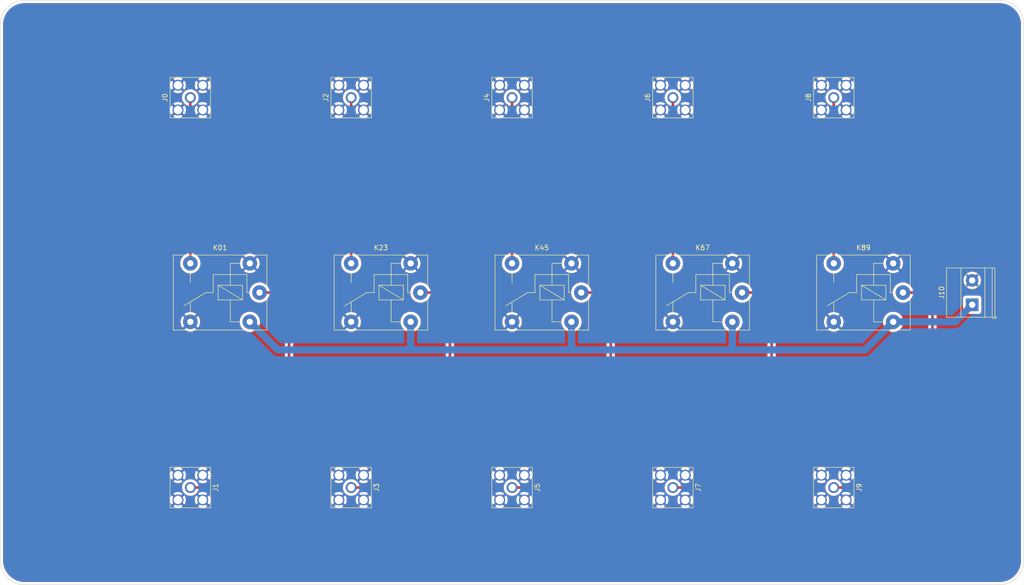
<source format=kicad_pcb>
(kicad_pcb (version 20211014) (generator pcbnew)
  (layers (0 "F.Cu" signal) (31 "B.Cu" signal) (34 "B.Paste" user) (35 "F.Paste" user) (36 "B.SilkS" user "B.Silkscreen") (37 "F.SilkS" user "F.Silkscreen") (38 "B.Mask" user) (39 "F.Mask" user) (44 "Edge.Cuts" user))
  (net 0 "")
  (footprint "Connector_Coaxial:SMA_Amphenol_132203-12_Horizontal" (layer "F.Cu") (at 114.2 51.05)
    (fp_text reference "J2" (at -5.2 0 90) (layer "F.SilkS"))
    (fp_text value "SMA Connector")
    (fp_line (start -4.15 4.15) (end 4.15 4.15) (layer "F.SilkS") (width 0.12))
    (fp_line (start -4.15 -4.15) (end -4.15 4.15) (layer "F.SilkS") (width 0.12))
    (fp_line (start -4.15 -4.15) (end 4.15 -4.15) (layer "F.SilkS") (width 0.12))
    (fp_line (start 4.15 -4.15) (end 4.15 4.15) (layer "F.SilkS") (width 0.12))
    (pad "1" thru_hole circle (at 0 0) (size 2.25 2.25) (drill 1.5) (layers *.Cu *.Mask))
    (pad "2" thru_hole circle (at -2.54 2.54) (size 2.25 2.25) (drill 1.7) (layers *.Cu *.Mask))
    (pad "2" thru_hole circle (at 2.54 2.54 90) (size 2.25 2.25) (drill 1.7) (layers *.Cu *.Mask))
    (pad "2" thru_hole circle (at 2.54 -2.54) (size 2.25 2.25) (drill 1.7) (layers *.Cu *.Mask))
    (pad "2" thru_hole circle (at -2.54 -2.54) (size 2.25 2.25) (drill 1.7) (layers *.Cu *.Mask))
  )
  (footprint "Connector_Coaxial:SMA_Amphenol_132203-12_Horizontal" (layer "F.Cu") (at 81.2 131.05 180)
    (fp_text reference "J1" (at -5.2 0 90) (layer "F.SilkS"))
    (fp_text value "SMA Connector")
    (fp_line (start -4.15 4.15) (end 4.15 4.15) (layer "F.SilkS") (width 0.12))
    (fp_line (start -4.15 -4.15) (end -4.15 4.15) (layer "F.SilkS") (width 0.12))
    (fp_line (start 4.15 -4.15) (end 4.15 4.15) (layer "F.SilkS") (width 0.12))
    (fp_line (start -4.15 -4.15) (end 4.15 -4.15) (layer "F.SilkS") (width 0.12))
    (pad "1" thru_hole circle (at 0 0 180) (size 2.25 2.25) (drill 1.5) (layers *.Cu *.Mask))
    (pad "2" thru_hole circle (at -2.54 -2.54 180) (size 2.25 2.25) (drill 1.7) (layers *.Cu *.Mask))
    (pad "2" thru_hole circle (at 2.54 2.54 270) (size 2.25 2.25) (drill 1.7) (layers *.Cu *.Mask))
    (pad "2" thru_hole circle (at 2.54 -2.54 180) (size 2.25 2.25) (drill 1.7) (layers *.Cu *.Mask))
    (pad "2" thru_hole circle (at -2.54 2.54 180) (size 2.25 2.25) (drill 1.7) (layers *.Cu *.Mask))
  )
  (footprint "Relay_THT:Relay_SPDT_Finder_36.11" (layer "F.Cu") (at 95.4 91.05 180)
    (fp_text reference "K01" (at 8.1 9.2) (layer "F.SilkS"))
    (fp_text value "FINDER-36.11")
    (fp_line (start 3.5 -1.5) (end 8.5 -1.5) (layer "F.SilkS") (width 0.12))
    (fp_line (start 8.5 1.5) (end 3.5 1.5) (layer "F.SilkS") (width 0.12))
    (fp_line (start 9.5 3.7) (end 2.6 3.7) (layer "F.SilkS") (width 0.12))
    (fp_line (start 2.6 0) (end 1.7 0) (layer "F.SilkS") (width 0.12))
    (fp_line (start -1.5 1.2) (end -1.5 7.7) (layer "F.SilkS") (width 0.12))
    (fp_line (start 11 0) (end 15.5 -2.7) (layer "F.SilkS") (width 0.12))
    (fp_line (start -1.5 -7.7) (end -1.5 -1.2) (layer "F.SilkS") (width 0.12))
    (fp_line (start 17.7 7.7) (end -1.5 7.7) (layer "F.SilkS") (width 0.12))
    (fp_line (start 6 -6) (end 6 -1.5) (layer "F.SilkS") (width 0.12))
    (fp_line (start 8.5 1.5) (end 3.5 -1.5) (layer "F.SilkS") (width 0.12))
    (fp_line (start 14.2 4.3) (end 14.2 2) (layer "F.SilkS") (width 0.12))
    (fp_line (start 9.5 0) (end 9.5 3.7) (layer "F.SilkS") (width 0.12))
    (fp_line (start 2.6 0) (end 2.6 3.7) (layer "F.SilkS") (width 0.12))
    (fp_line (start 3.7 6) (end 6 6) (layer "F.SilkS") (width 0.12))
    (fp_line (start 3.5 1.5) (end 3.5 -1.5) (layer "F.SilkS") (width 0.12))
    (fp_line (start 6 1.5) (end 6 6) (layer "F.SilkS") (width 0.12))
    (fp_line (start 9.5 0) (end 11 0) (layer "F.SilkS") (width 0.12))
    (fp_line (start 17.7 -7.7) (end 17.7 7.7) (layer "F.SilkS") (width 0.12))
    (fp_line (start 6 -6) (end 3.7 -6) (layer "F.SilkS") (width 0.12))
    (fp_line (start 14.2 -4.3) (end 14.2 -2) (layer "F.SilkS") (width 0.12))
    (fp_line (start 8.5 -1.5) (end 8.5 1.5) (layer "F.SilkS") (width 0.12))
    (fp_line (start -1.5 -7.7) (end 17.7 -7.7) (layer "F.SilkS") (width 0.12))
    (pad "11" thru_hole circle (at 0 0 180) (size 3 3) (drill 1.3) (layers *.Cu *.Mask))
    (pad "12" thru_hole circle (at 14.2 -6 180) (size 3 3) (drill 1.3) (layers *.Cu *.Mask))
    (pad "14" thru_hole circle (at 14.2 6 180) (size 3 3) (drill 1.3) (layers *.Cu *.Mask))
    (pad "A1" thru_hole circle (at 2 6 180) (size 3 3) (drill 1.3) (layers *.Cu *.Mask))
    (pad "A2" thru_hole circle (at 2 -6 180) (size 3 3) (drill 1.3) (layers *.Cu *.Mask))
  )
  (footprint "Connector_Coaxial:SMA_Amphenol_132203-12_Horizontal" (layer "F.Cu") (at 114.2 131.05 180)
    (fp_text reference "J3" (at -5.2 0 90) (layer "F.SilkS"))
    (fp_text value "SMA Connector")
    (fp_line (start -4.15 -4.15) (end 4.15 -4.15) (layer "F.SilkS") (width 0.12))
    (fp_line (start -4.15 -4.15) (end -4.15 4.15) (layer "F.SilkS") (width 0.12))
    (fp_line (start -4.15 4.15) (end 4.15 4.15) (layer "F.SilkS") (width 0.12))
    (fp_line (start 4.15 -4.15) (end 4.15 4.15) (layer "F.SilkS") (width 0.12))
    (pad "1" thru_hole circle (at 0 0 180) (size 2.25 2.25) (drill 1.5) (layers *.Cu *.Mask))
    (pad "2" thru_hole circle (at -2.54 -2.54 180) (size 2.25 2.25) (drill 1.7) (layers *.Cu *.Mask))
    (pad "2" thru_hole circle (at 2.54 2.54 270) (size 2.25 2.25) (drill 1.7) (layers *.Cu *.Mask))
    (pad "2" thru_hole circle (at 2.54 -2.54 180) (size 2.25 2.25) (drill 1.7) (layers *.Cu *.Mask))
    (pad "2" thru_hole circle (at -2.54 2.54 180) (size 2.25 2.25) (drill 1.7) (layers *.Cu *.Mask))
  )
  (footprint "Relay_THT:Relay_SPDT_Finder_36.11" (layer "F.Cu") (at 227.4 91.05 180)
    (fp_text reference "K89" (at 8.1 9.2) (layer "F.SilkS"))
    (fp_text value "FINDER-36.11")
    (fp_line (start 14.2 4.3) (end 14.2 2) (layer "F.SilkS") (width 0.12))
    (fp_line (start 3.5 -1.5) (end 8.5 -1.5) (layer "F.SilkS") (width 0.12))
    (fp_line (start -1.5 -7.7) (end -1.5 -1.2) (layer "F.SilkS") (width 0.12))
    (fp_line (start 9.5 0) (end 9.5 3.7) (layer "F.SilkS") (width 0.12))
    (fp_line (start 3.5 1.5) (end 3.5 -1.5) (layer "F.SilkS") (width 0.12))
    (fp_line (start 8.5 1.5) (end 3.5 1.5) (layer "F.SilkS") (width 0.12))
    (fp_line (start 9.5 0) (end 11 0) (layer "F.SilkS") (width 0.12))
    (fp_line (start 8.5 1.5) (end 3.5 -1.5) (layer "F.SilkS") (width 0.12))
    (fp_line (start 17.7 -7.7) (end 17.7 7.7) (layer "F.SilkS") (width 0.12))
    (fp_line (start 2.6 0) (end 2.6 3.7) (layer "F.SilkS") (width 0.12))
    (fp_line (start 17.7 7.7) (end -1.5 7.7) (layer "F.SilkS") (width 0.12))
    (fp_line (start 6 -6) (end 6 -1.5) (layer "F.SilkS") (width 0.12))
    (fp_line (start 14.2 -4.3) (end 14.2 -2) (layer "F.SilkS") (width 0.12))
    (fp_line (start 3.7 6) (end 6 6) (layer "F.SilkS") (width 0.12))
    (fp_line (start -1.5 -7.7) (end 17.7 -7.7) (layer "F.SilkS") (width 0.12))
    (fp_line (start 6 -6) (end 3.7 -6) (layer "F.SilkS") (width 0.12))
    (fp_line (start 9.5 3.7) (end 2.6 3.7) (layer "F.SilkS") (width 0.12))
    (fp_line (start -1.5 1.2) (end -1.5 7.7) (layer "F.SilkS") (width 0.12))
    (fp_line (start 11 0) (end 15.5 -2.7) (layer "F.SilkS") (width 0.12))
    (fp_line (start 2.6 0) (end 1.7 0) (layer "F.SilkS") (width 0.12))
    (fp_line (start 6 1.5) (end 6 6) (layer "F.SilkS") (width 0.12))
    (fp_line (start 8.5 -1.5) (end 8.5 1.5) (layer "F.SilkS") (width 0.12))
    (pad "11" thru_hole circle (at 0 0 180) (size 3 3) (drill 1.3) (layers *.Cu *.Mask))
    (pad "12" thru_hole circle (at 14.2 -6 180) (size 3 3) (drill 1.3) (layers *.Cu *.Mask))
    (pad "14" thru_hole circle (at 14.2 6 180) (size 3 3) (drill 1.3) (layers *.Cu *.Mask))
    (pad "A1" thru_hole circle (at 2 6 180) (size 3 3) (drill 1.3) (layers *.Cu *.Mask))
    (pad "A2" thru_hole circle (at 2 -6 180) (size 3 3) (drill 1.3) (layers *.Cu *.Mask))
  )
  (footprint "Connector_Coaxial:SMA_Amphenol_132203-12_Horizontal" (layer "F.Cu") (at 180.2 51.05)
    (fp_text reference "J6" (at -5.2 0 90) (layer "F.SilkS"))
    (fp_text value "SMA Connector")
    (fp_line (start -4.15 4.15) (end 4.15 4.15) (layer "F.SilkS") (width 0.12))
    (fp_line (start -4.15 -4.15) (end -4.15 4.15) (layer "F.SilkS") (width 0.12))
    (fp_line (start 4.15 -4.15) (end 4.15 4.15) (layer "F.SilkS") (width 0.12))
    (fp_line (start -4.15 -4.15) (end 4.15 -4.15) (layer "F.SilkS") (width 0.12))
    (pad "1" thru_hole circle (at 0 0) (size 2.25 2.25) (drill 1.5) (layers *.Cu *.Mask))
    (pad "2" thru_hole circle (at -2.54 2.54) (size 2.25 2.25) (drill 1.7) (layers *.Cu *.Mask))
    (pad "2" thru_hole circle (at 2.54 2.54 90) (size 2.25 2.25) (drill 1.7) (layers *.Cu *.Mask))
    (pad "2" thru_hole circle (at -2.54 -2.54) (size 2.25 2.25) (drill 1.7) (layers *.Cu *.Mask))
    (pad "2" thru_hole circle (at 2.54 -2.54) (size 2.25 2.25) (drill 1.7) (layers *.Cu *.Mask))
  )
  (footprint "Connector_Coaxial:SMA_Amphenol_132203-12_Horizontal" (layer "F.Cu") (at 213.2 131.05 180)
    (fp_text reference "J9" (at -5.2 0 90) (layer "F.SilkS"))
    (fp_text value "SMA Connector")
    (fp_line (start 4.15 -4.15) (end 4.15 4.15) (layer "F.SilkS") (width 0.12))
    (fp_line (start -4.15 4.15) (end 4.15 4.15) (layer "F.SilkS") (width 0.12))
    (fp_line (start -4.15 -4.15) (end 4.15 -4.15) (layer "F.SilkS") (width 0.12))
    (fp_line (start -4.15 -4.15) (end -4.15 4.15) (layer "F.SilkS") (width 0.12))
    (pad "1" thru_hole circle (at 0 0 180) (size 2.25 2.25) (drill 1.5) (layers *.Cu *.Mask))
    (pad "2" thru_hole circle (at 2.54 -2.54 180) (size 2.25 2.25) (drill 1.7) (layers *.Cu *.Mask))
    (pad "2" thru_hole circle (at -2.54 -2.54 180) (size 2.25 2.25) (drill 1.7) (layers *.Cu *.Mask))
    (pad "2" thru_hole circle (at 2.54 2.54 270) (size 2.25 2.25) (drill 1.7) (layers *.Cu *.Mask))
    (pad "2" thru_hole circle (at -2.54 2.54 180) (size 2.25 2.25) (drill 1.7) (layers *.Cu *.Mask))
  )
  (footprint "Relay_THT:Relay_SPDT_Finder_36.11" (layer "F.Cu") (at 194.4 91.05 180)
    (fp_text reference "K67" (at 8.1 9.2) (layer "F.SilkS"))
    (fp_text value "FINDER-36.11")
    (fp_line (start -1.5 -7.7) (end 17.7 -7.7) (layer "F.SilkS") (width 0.12))
    (fp_line (start 9.5 3.7) (end 2.6 3.7) (layer "F.SilkS") (width 0.12))
    (fp_line (start 14.2 4.3) (end 14.2 2) (layer "F.SilkS") (width 0.12))
    (fp_line (start 3.5 1.5) (end 3.5 -1.5) (layer "F.SilkS") (width 0.12))
    (fp_line (start 17.7 -7.7) (end 17.7 7.7) (layer "F.SilkS") (width 0.12))
    (fp_line (start 2.6 0) (end 2.6 3.7) (layer "F.SilkS") (width 0.12))
    (fp_line (start 9.5 0) (end 9.5 3.7) (layer "F.SilkS") (width 0.12))
    (fp_line (start 3.5 -1.5) (end 8.5 -1.5) (layer "F.SilkS") (width 0.12))
    (fp_line (start 3.7 6) (end 6 6) (layer "F.SilkS") (width 0.12))
    (fp_line (start 2.6 0) (end 1.7 0) (layer "F.SilkS") (width 0.12))
    (fp_line (start 11 0) (end 15.5 -2.7) (layer "F.SilkS") (width 0.12))
    (fp_line (start 14.2 -4.3) (end 14.2 -2) (layer "F.SilkS") (width 0.12))
    (fp_line (start 6 1.5) (end 6 6) (layer "F.SilkS") (width 0.12))
    (fp_line (start -1.5 1.2) (end -1.5 7.7) (layer "F.SilkS") (width 0.12))
    (fp_line (start 9.5 0) (end 11 0) (layer "F.SilkS") (width 0.12))
    (fp_line (start 8.5 1.5) (end 3.5 -1.5) (layer "F.SilkS") (width 0.12))
    (fp_line (start 6 -6) (end 6 -1.5) (layer "F.SilkS") (width 0.12))
    (fp_line (start -1.5 -7.7) (end -1.5 -1.2) (layer "F.SilkS") (width 0.12))
    (fp_line (start 8.5 -1.5) (end 8.5 1.5) (layer "F.SilkS") (width 0.12))
    (fp_line (start 6 -6) (end 3.7 -6) (layer "F.SilkS") (width 0.12))
    (fp_line (start 8.5 1.5) (end 3.5 1.5) (layer "F.SilkS") (width 0.12))
    (fp_line (start 17.7 7.7) (end -1.5 7.7) (layer "F.SilkS") (width 0.12))
    (pad "11" thru_hole circle (at 0 0 180) (size 3 3) (drill 1.3) (layers *.Cu *.Mask))
    (pad "12" thru_hole circle (at 14.2 -6 180) (size 3 3) (drill 1.3) (layers *.Cu *.Mask))
    (pad "14" thru_hole circle (at 14.2 6 180) (size 3 3) (drill 1.3) (layers *.Cu *.Mask))
    (pad "A1" thru_hole circle (at 2 6 180) (size 3 3) (drill 1.3) (layers *.Cu *.Mask))
    (pad "A2" thru_hole circle (at 2 -6 180) (size 3 3) (drill 1.3) (layers *.Cu *.Mask))
  )
  (footprint "Connector_Coaxial:SMA_Amphenol_132203-12_Horizontal" (layer "F.Cu") (at 213.2 51.05)
    (fp_text reference "J8" (at -5.2 0 90) (layer "F.SilkS"))
    (fp_text value "SMA Connector")
    (fp_line (start -4.15 -4.15) (end 4.15 -4.15) (layer "F.SilkS") (width 0.12))
    (fp_line (start -4.15 -4.15) (end -4.15 4.15) (layer "F.SilkS") (width 0.12))
    (fp_line (start -4.15 4.15) (end 4.15 4.15) (layer "F.SilkS") (width 0.12))
    (fp_line (start 4.15 -4.15) (end 4.15 4.15) (layer "F.SilkS") (width 0.12))
    (pad "1" thru_hole circle (at 0 0) (size 2.25 2.25) (drill 1.5) (layers *.Cu *.Mask))
    (pad "2" thru_hole circle (at 2.54 2.54 90) (size 2.25 2.25) (drill 1.7) (layers *.Cu *.Mask))
    (pad "2" thru_hole circle (at 2.54 -2.54) (size 2.25 2.25) (drill 1.7) (layers *.Cu *.Mask))
    (pad "2" thru_hole circle (at -2.54 -2.54) (size 2.25 2.25) (drill 1.7) (layers *.Cu *.Mask))
    (pad "2" thru_hole circle (at -2.54 2.54) (size 2.25 2.25) (drill 1.7) (layers *.Cu *.Mask))
  )
  (footprint "Connector_Coaxial:SMA_Amphenol_132203-12_Horizontal" (layer "F.Cu") (at 147.2 51.05)
    (fp_text reference "J4" (at -5.2 0 90) (layer "F.SilkS"))
    (fp_text value "SMA Connector")
    (fp_line (start -4.15 4.15) (end 4.15 4.15) (layer "F.SilkS") (width 0.12))
    (fp_line (start 4.15 -4.15) (end 4.15 4.15) (layer "F.SilkS") (width 0.12))
    (fp_line (start -4.15 -4.15) (end -4.15 4.15) (layer "F.SilkS") (width 0.12))
    (fp_line (start -4.15 -4.15) (end 4.15 -4.15) (layer "F.SilkS") (width 0.12))
    (pad "1" thru_hole circle (at 0 0) (size 2.25 2.25) (drill 1.5) (layers *.Cu *.Mask))
    (pad "2" thru_hole circle (at -2.54 -2.54) (size 2.25 2.25) (drill 1.7) (layers *.Cu *.Mask))
    (pad "2" thru_hole circle (at 2.54 2.54 90) (size 2.25 2.25) (drill 1.7) (layers *.Cu *.Mask))
    (pad "2" thru_hole circle (at -2.54 2.54) (size 2.25 2.25) (drill 1.7) (layers *.Cu *.Mask))
    (pad "2" thru_hole circle (at 2.54 -2.54) (size 2.25 2.25) (drill 1.7) (layers *.Cu *.Mask))
  )
  (footprint "Relay_THT:Relay_SPDT_Finder_36.11" (layer "F.Cu") (at 161.4 91.05 180)
    (fp_text reference "K45" (at 8.1 9.2) (layer "F.SilkS"))
    (fp_text value "FINDER-36.11")
    (fp_line (start -1.5 -7.7) (end 17.7 -7.7) (layer "F.SilkS") (width 0.12))
    (fp_line (start 8.5 1.5) (end 3.5 -1.5) (layer "F.SilkS") (width 0.12))
    (fp_line (start 2.6 0) (end 2.6 3.7) (layer "F.SilkS") (width 0.12))
    (fp_line (start 6 -6) (end 6 -1.5) (layer "F.SilkS") (width 0.12))
    (fp_line (start -1.5 -7.7) (end -1.5 -1.2) (layer "F.SilkS") (width 0.12))
    (fp_line (start 14.2 4.3) (end 14.2 2) (layer "F.SilkS") (width 0.12))
    (fp_line (start 9.5 0) (end 9.5 3.7) (layer "F.SilkS") (width 0.12))
    (fp_line (start 9.5 0) (end 11 0) (layer "F.SilkS") (width 0.12))
    (fp_line (start 8.5 1.5) (end 3.5 1.5) (layer "F.SilkS") (width 0.12))
    (fp_line (start -1.5 1.2) (end -1.5 7.7) (layer "F.SilkS") (width 0.12))
    (fp_line (start 6 -6) (end 3.7 -6) (layer "F.SilkS") (width 0.12))
    (fp_line (start 2.6 0) (end 1.7 0) (layer "F.SilkS") (width 0.12))
    (fp_line (start 3.5 -1.5) (end 8.5 -1.5) (layer "F.SilkS") (width 0.12))
    (fp_line (start 3.5 1.5) (end 3.5 -1.5) (layer "F.SilkS") (width 0.12))
    (fp_line (start 17.7 7.7) (end -1.5 7.7) (layer "F.SilkS") (width 0.12))
    (fp_line (start 17.7 -7.7) (end 17.7 7.7) (layer "F.SilkS") (width 0.12))
    (fp_line (start 8.5 -1.5) (end 8.5 1.5) (layer "F.SilkS") (width 0.12))
    (fp_line (start 6 1.5) (end 6 6) (layer "F.SilkS") (width 0.12))
    (fp_line (start 9.5 3.7) (end 2.6 3.7) (layer "F.SilkS") (width 0.12))
    (fp_line (start 3.7 6) (end 6 6) (layer "F.SilkS") (width 0.12))
    (fp_line (start 14.2 -4.3) (end 14.2 -2) (layer "F.SilkS") (width 0.12))
    (fp_line (start 11 0) (end 15.5 -2.7) (layer "F.SilkS") (width 0.12))
    (pad "11" thru_hole circle (at 0 0 180) (size 3 3) (drill 1.3) (layers *.Cu *.Mask))
    (pad "12" thru_hole circle (at 14.2 -6 180) (size 3 3) (drill 1.3) (layers *.Cu *.Mask))
    (pad "14" thru_hole circle (at 14.2 6 180) (size 3 3) (drill 1.3) (layers *.Cu *.Mask))
    (pad "A1" thru_hole circle (at 2 6 180) (size 3 3) (drill 1.3) (layers *.Cu *.Mask))
    (pad "A2" thru_hole circle (at 2 -6 180) (size 3 3) (drill 1.3) (layers *.Cu *.Mask))
  )
  (footprint "TerminalBlock_Phoenix:TerminalBlock_Phoenix_MKDS-1,5-2_1x02_P5.00mm_Horizontal" (layer "F.Cu") (at 241.605001 93.55 90)
    (fp_text reference "J10" (at 2.5 -6.26 90) (layer "F.SilkS"))
    (fp_text value "Screw_Terminal_01x02")
    (fp_line (start -2.8 4.9) (end -2.3 4.9) (layer "F.SilkS") (width 0.12))
    (fp_line (start -2.56 -2.301) (end 7.56 -2.301) (layer "F.SilkS") (width 0.12))
    (fp_line (start -2.56 4.66) (end 7.56 4.66) (layer "F.SilkS") (width 0.12))
    (fp_line (start 6.07 -1.275) (end 6.035 -1.239) (layer "F.SilkS") (width 0.12))
    (fp_line (start -2.56 -5.261) (end 7.56 -5.261) (layer "F.SilkS") (width 0.12))
    (fp_line (start 3.966 1.239) (end 3.931 1.274) (layer "F.SilkS") (width 0.12))
    (fp_line (start 6.275 -1.069) (end 6.228 -1.023) (layer "F.SilkS") (width 0.12))
    (fp_line (start 3.773 1.023) (end 3.726 1.069) (layer "F.SilkS") (width 0.12))
    (fp_line (start -2.56 4.1) (end 7.56 4.1) (layer "F.SilkS") (width 0.12))
    (fp_line (start -2.56 2.6) (end 7.56 2.6) (layer "F.SilkS") (width 0.12))
    (fp_line (start -2.8 4.16) (end -2.8 4.9) (layer "F.SilkS") (width 0.12))
    (fp_line (start 7.56 -5.261) (end 7.56 4.66) (layer "F.SilkS") (width 0.12))
    (fp_line (start -2.56 -5.261) (end -2.56 4.66) (layer "F.SilkS") (width 0.12))
    (fp_arc (start 0.028805 1.680253) (mid -0.335551 1.646659) (end -0.684 1.535) (layer "F.SilkS") (width 0.12))
    (fp_arc (start 0.683318 1.534756) (mid 0.349292 1.643288) (end 0 1.68) (layer "F.SilkS") (width 0.12))
    (fp_arc (start -0.683042 -1.535427) (mid 0.000524 -1.680501) (end 0.684 -1.535) (layer "F.SilkS") (width 0.12))
    (fp_arc (start -1.535427 0.683042) (mid -1.680501 -0.000524) (end -1.535 -0.684) (layer "F.SilkS") (width 0.12))
    (fp_arc (start 1.535427 -0.683042) (mid 1.680501 0.000524) (end 1.535 0.684) (layer "F.SilkS") (width 0.12))
    (fp_circle (center 5 0) (end 6.68 0) (layer "F.SilkS") (width 0.12) (fill none))
    (pad "1" thru_hole rect (at 0 0 90) (size 2.6 2.6) (drill 1.3) (layers *.Cu *.Mask))
    (pad "2" thru_hole circle (at 5 0 90) (size 2.6 2.6) (drill 1.3) (layers *.Cu *.Mask))
  )
  (footprint "Connector_Coaxial:SMA_Amphenol_132203-12_Horizontal" (layer "F.Cu") (at 147.2 131.05 180)
    (fp_text reference "J5" (at -5.2 0 90) (layer "F.SilkS"))
    (fp_text value "SMA Connector")
    (fp_line (start -4.15 4.15) (end 4.15 4.15) (layer "F.SilkS") (width 0.12))
    (fp_line (start -4.15 -4.15) (end -4.15 4.15) (layer "F.SilkS") (width 0.12))
    (fp_line (start 4.15 -4.15) (end 4.15 4.15) (layer "F.SilkS") (width 0.12))
    (fp_line (start -4.15 -4.15) (end 4.15 -4.15) (layer "F.SilkS") (width 0.12))
    (pad "1" thru_hole circle (at 0 0 180) (size 2.25 2.25) (drill 1.5) (layers *.Cu *.Mask))
    (pad "2" thru_hole circle (at -2.54 -2.54 180) (size 2.25 2.25) (drill 1.7) (layers *.Cu *.Mask))
    (pad "2" thru_hole circle (at 2.54 -2.54 180) (size 2.25 2.25) (drill 1.7) (layers *.Cu *.Mask))
    (pad "2" thru_hole circle (at -2.54 2.54 180) (size 2.25 2.25) (drill 1.7) (layers *.Cu *.Mask))
    (pad "2" thru_hole circle (at 2.54 2.54 270) (size 2.25 2.25) (drill 1.7) (layers *.Cu *.Mask))
  )
  (footprint "Connector_Coaxial:SMA_Amphenol_132203-12_Horizontal" (layer "F.Cu") (at 180.2 131.05 180)
    (fp_text reference "J7" (at -5.2 0 90) (layer "F.SilkS"))
    (fp_text value "SMA Connector")
    (fp_line (start -4.15 -4.15) (end -4.15 4.15) (layer "F.SilkS") (width 0.12))
    (fp_line (start 4.15 -4.15) (end 4.15 4.15) (layer "F.SilkS") (width 0.12))
    (fp_line (start -4.15 4.15) (end 4.15 4.15) (layer "F.SilkS") (width 0.12))
    (fp_line (start -4.15 -4.15) (end 4.15 -4.15) (layer "F.SilkS") (width 0.12))
    (pad "1" thru_hole circle (at 0 0 180) (size 2.25 2.25) (drill 1.5) (layers *.Cu *.Mask))
    (pad "2" thru_hole circle (at 2.54 2.54 270) (size 2.25 2.25) (drill 1.7) (layers *.Cu *.Mask))
    (pad "2" thru_hole circle (at 2.54 -2.54 180) (size 2.25 2.25) (drill 1.7) (layers *.Cu *.Mask))
    (pad "2" thru_hole circle (at -2.54 2.54 180) (size 2.25 2.25) (drill 1.7) (layers *.Cu *.Mask))
    (pad "2" thru_hole circle (at -2.54 -2.54 180) (size 2.25 2.25) (drill 1.7) (layers *.Cu *.Mask))
  )
  (footprint "Connector_Coaxial:SMA_Amphenol_132203-12_Horizontal" (layer "F.Cu") (at 81.2 51.05)
    (fp_text reference "J0" (at -5.2 0 90) (layer "F.SilkS"))
    (fp_text value "SMA Connector")
    (fp_line (start -4.15 -4.15) (end -4.15 4.15) (layer "F.SilkS") (width 0.12))
    (fp_line (start -4.15 -4.15) (end 4.15 -4.15) (layer "F.SilkS") (width 0.12))
    (fp_line (start 4.15 -4.15) (end 4.15 4.15) (layer "F.SilkS") (width 0.12))
    (fp_line (start -4.15 4.15) (end 4.15 4.15) (layer "F.SilkS") (width 0.12))
    (pad "1" thru_hole circle (at 0 0) (size 2.25 2.25) (drill 1.5) (layers *.Cu *.Mask))
    (pad "2" thru_hole circle (at 2.54 -2.54) (size 2.25 2.25) (drill 1.7) (layers *.Cu *.Mask))
    (pad "2" thru_hole circle (at -2.54 2.54) (size 2.25 2.25) (drill 1.7) (layers *.Cu *.Mask))
    (pad "2" thru_hole circle (at -2.54 -2.54) (size 2.25 2.25) (drill 1.7) (layers *.Cu *.Mask))
    (pad "2" thru_hole circle (at 2.54 2.54 90) (size 2.25 2.25) (drill 1.7) (layers *.Cu *.Mask))
  )
  (footprint "Relay_THT:Relay_SPDT_Finder_36.11" (layer "F.Cu") (at 128.4 91.05 180)
    (fp_text reference "K23" (at 8.1 9.2) (layer "F.SilkS"))
    (fp_text value "FINDER-36.11")
    (fp_line (start 14.2 -4.3) (end 14.2 -2) (layer "F.SilkS") (width 0.12))
    (fp_line (start 8.5 -1.5) (end 8.5 1.5) (layer "F.SilkS") (width 0.12))
    (fp_line (start -1.5 -7.7) (end -1.5 -1.2) (layer "F.SilkS") (width 0.12))
    (fp_line (start 17.7 -7.7) (end 17.7 7.7) (layer "F.SilkS") (width 0.12))
    (fp_line (start 8.5 1.5) (end 3.5 1.5) (layer "F.SilkS") (width 0.12))
    (fp_line (start 8.5 1.5) (end 3.5 -1.5) (layer "F.SilkS") (width 0.12))
    (fp_line (start 17.7 7.7) (end -1.5 7.7) (layer "F.SilkS") (width 0.12))
    (fp_line (start 3.5 -1.5) (end 8.5 -1.5) (layer "F.SilkS") (width 0.12))
    (fp_line (start 6 -6) (end 6 -1.5) (layer "F.SilkS") (width 0.12))
    (fp_line (start 9.5 3.7) (end 2.6 3.7) (layer "F.SilkS") (width 0.12))
    (fp_line (start 2.6 0) (end 1.7 0) (layer "F.SilkS") (width 0.12))
    (fp_line (start 6 1.5) (end 6 6) (layer "F.SilkS") (width 0.12))
    (fp_line (start 3.7 6) (end 6 6) (layer "F.SilkS") (width 0.12))
    (fp_line (start 11 0) (end 15.5 -2.7) (layer "F.SilkS") (width 0.12))
    (fp_line (start 9.5 0) (end 11 0) (layer "F.SilkS") (width 0.12))
    (fp_line (start 3.5 1.5) (end 3.5 -1.5) (layer "F.SilkS") (width 0.12))
    (fp_line (start 6 -6) (end 3.7 -6) (layer "F.SilkS") (width 0.12))
    (fp_line (start 14.2 4.3) (end 14.2 2) (layer "F.SilkS") (width 0.12))
    (fp_line (start 2.6 0) (end 2.6 3.7) (layer "F.SilkS") (width 0.12))
    (fp_line (start -1.5 -7.7) (end 17.7 -7.7) (layer "F.SilkS") (width 0.12))
    (fp_line (start 9.5 0) (end 9.5 3.7) (layer "F.SilkS") (width 0.12))
    (fp_line (start -1.5 1.2) (end -1.5 7.7) (layer "F.SilkS") (width 0.12))
    (pad "11" thru_hole circle (at 0 0 180) (size 3 3) (drill 1.3) (layers *.Cu *.Mask))
    (pad "12" thru_hole circle (at 14.2 -6 180) (size 3 3) (drill 1.3) (layers *.Cu *.Mask))
    (pad "14" thru_hole circle (at 14.2 6 180) (size 3 3) (drill 1.3) (layers *.Cu *.Mask))
    (pad "A1" thru_hole circle (at 2 6 180) (size 3 3) (drill 1.3) (layers *.Cu *.Mask))
    (pad "A2" thru_hole circle (at 2 -6 180) (size 3 3) (drill 1.3) (layers *.Cu *.Mask))
  )
  (gr_line (start 247.2 31.1) (end 47.2 31.1) (layer "Edge.Cuts") (width 0.1))
  (gr_arc (start 247.2 31.1) (mid 250.735534 32.564466) (end 252.2 36.1) (layer "Edge.Cuts") (width 0.1))
  (gr_arc (start 252.2 146) (mid 250.735534 149.535534) (end 247.2 151) (layer "Edge.Cuts") (width 0.1))
  (gr_line (start 47.2 151) (end 247.2 151) (layer "Edge.Cuts") (width 0.1))
  (gr_line (start 42.2 36.1) (end 42.2 146) (layer "Edge.Cuts") (width 0.1))
  (gr_arc (start 47.2 151) (mid 43.664466 149.535534) (end 42.2 146) (layer "Edge.Cuts") (width 0.1))
  (gr_line (start 252.2 146) (end 252.2 36.1) (layer "Edge.Cuts") (width 0.1))
  (gr_arc (start 42.2 36.1) (mid 43.664466 32.564466) (end 47.2 31.1) (layer "Edge.Cuts") (width 0.1))
  (segment (start 233.45 129.05) (end 233.45 93.25) (width 0.533) (layer "F.Cu") (net 0))
  (segment (start 167.45 93.25) (end 165.25 91.05) (width 0.533) (layer "F.Cu") (net 0))
  (segment (start 147.2 51.05) (end 147.2 85.05) (width 0.533) (layer "F.Cu") (net 0))
  (segment (start 165.45 131.05) (end 167.45 129.05) (width 0.533) (layer "F.Cu") (net 0))
  (segment (start 200.45 93.25) (end 198.25 91.05) (width 0.533) (layer "F.Cu") (net 0))
  (segment (start 114.2 131.05) (end 132.45 131.05) (width 0.533) (layer "F.Cu") (net 0))
  (segment (start 81.2 131.05) (end 99.45 131.05) (width 0.533) (layer "F.Cu") (net 0))
  (segment (start 180.2 131.05) (end 198.45 131.05) (width 0.533) (layer "F.Cu") (net 0))
  (segment (start 231.45 131.05) (end 233.45 129.05) (width 0.533) (layer "F.Cu") (net 0))
  (segment (start 167.45 129.05) (end 167.45 93.25) (width 0.533) (layer "F.Cu") (net 0))
  (segment (start 101.45 129.05) (end 101.45 93.25) (width 0.533) (layer "F.Cu") (net 0))
  (segment (start 165.25 91.05) (end 161.4 91.05) (width 0.533) (layer "F.Cu") (net 0))
  (segment (start 114.2 85.05) (end 114.2 51.05) (width 0.533) (layer "F.Cu") (net 0))
  (segment (start 231.25 91.05) (end 227.4 91.05) (width 0.533) (layer "F.Cu") (net 0))
  (segment (start 99.45 131.05) (end 101.45 129.05) (width 0.533) (layer "F.Cu") (net 0))
  (segment (start 81.2 51.05) (end 81.2 85.05) (width 0.533) (layer "F.Cu") (net 0))
  (segment (start 180.2 51.05) (end 180.2 85.05) (width 0.533) (layer "F.Cu") (net 0))
  (segment (start 134.45 129.05) (end 134.45 93.25) (width 0.533) (layer "F.Cu") (net 0))
  (segment (start 101.45 93.25) (end 99.25 91.05) (width 0.533) (layer "F.Cu") (net 0))
  (segment (start 233.45 93.25) (end 231.25 91.05) (width 0.533) (layer "F.Cu") (net 0))
  (segment (start 198.45 131.05) (end 200.45 129.05) (width 0.533) (layer "F.Cu") (net 0))
  (segment (start 213.2 131.05) (end 231.45 131.05) (width 0.533) (layer "F.Cu") (net 0))
  (segment (start 200.45 129.05) (end 200.45 93.25) (width 0.533) (layer "F.Cu") (net 0))
  (segment (start 213.2 51.05) (end 213.2 85.05) (width 0.533) (layer "F.Cu") (net 0))
  (segment (start 99.25 91.05) (end 95.4 91.05) (width 0.533) (layer "F.Cu") (net 0))
  (segment (start 132.45 131.05) (end 134.45 129.05) (width 0.533) (layer "F.Cu") (net 0))
  (segment (start 198.25 91.05) (end 194.4 91.05) (width 0.533) (layer "F.Cu") (net 0))
  (segment (start 147.2 131.05) (end 165.45 131.05) (width 0.533) (layer "F.Cu") (net 0))
  (segment (start 132.25 91.05) (end 128.4 91.05) (width 0.533) (layer "F.Cu") (net 0))
  (segment (start 134.45 93.25) (end 132.25 91.05) (width 0.533) (layer "F.Cu") (net 0))
  (segment (start 99.15 102.8) (end 126.3 102.8) (width 1.5) (layer "B.Cu") (net 0))
  (segment (start 126.3 102.8) (end 159.5 102.8) (width 1.5) (layer "B.Cu") (net 0))
  (segment (start 159.4 97.05) (end 159.4 102.7) (width 1.5) (layer "B.Cu") (net 0))
  (segment (start 238.105001 97.05) (end 241.605001 93.55) (width 1.5) (layer "B.Cu") (net 0))
  (segment (start 126.4 102.7) (end 126.3 102.8) (width 0.75) (layer "B.Cu") (net 0))
  (segment (start 93.4 97.05) (end 99.15 102.8) (width 1.5) (layer "B.Cu") (net 0))
  (segment (start 225.4 97.05) (end 238.105001 97.05) (width 1.5) (layer "B.Cu") (net 0))
  (segment (start 192.4 102.8) (end 219.65 102.8) (width 1.5) (layer "B.Cu") (net 0))
  (segment (start 159.4 102.7) (end 159.5 102.8) (width 0.75) (layer "B.Cu") (net 0))
  (segment (start 219.65 102.8) (end 225.4 97.05) (width 1.5) (layer "B.Cu") (net 0))
  (segment (start 159.5 102.8) (end 192.4 102.8) (width 1.5) (layer "B.Cu") (net 0))
  (segment (start 126.4 97.05) (end 126.4 102.7) (width 1.5) (layer "B.Cu") (net 0))
  (segment (start 192.4 97.05) (end 192.4 102.8) (width 1.5) (layer "B.Cu") (net 0))
  (zone (net 0) (net_name "") (layers F&B.Cu) (connect_pads (clearance 0.5842)) (min_thickness 0.254) (fill yes (thermal_gap 0.508) (thermal_bridge_width 0.508))
    (polygon (pts (xy 252.2 151) (xy 42.2 151) (xy 42.2 31.1) (xy 252.2 31.1)))
  )
)
</source>
